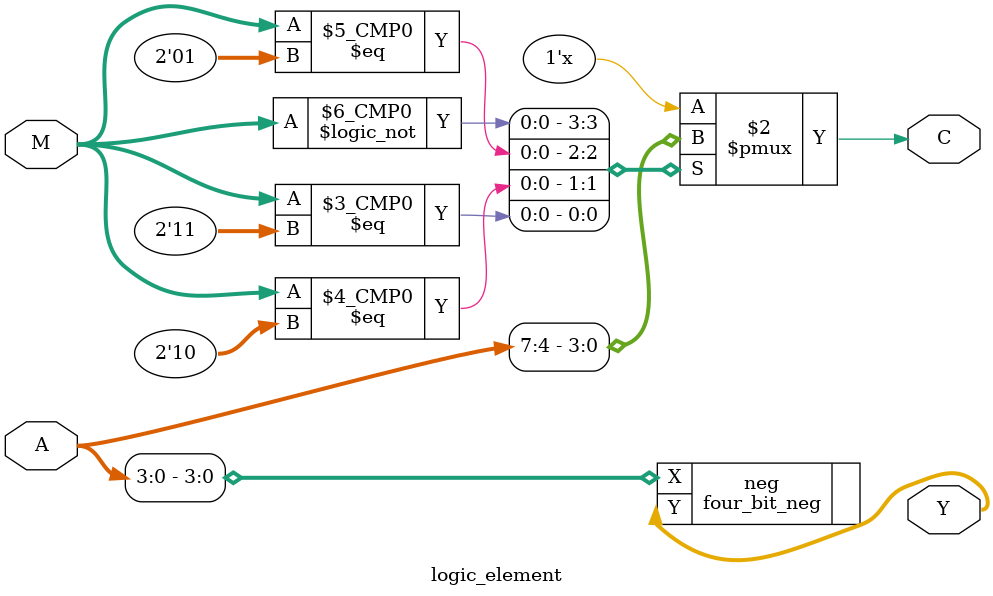
<source format=v>
module logic_element(A,M,Y,C);
output wire [3:0] Y;
output reg C;
input wire [7:0] A;
input wire [1:0] M;

four_bit_neg neg(.X(A[3:0]),.Y(Y));

always @ (A[7:4],M)
begin
	case (M)
		2'b00: C <= A[7];
		2'b01: C <= A[6];
		2'b10: C <= A[5];
		2'b11: C <= A[4];
		default: C <= 1'b0;
	endcase
end
endmodule
</source>
